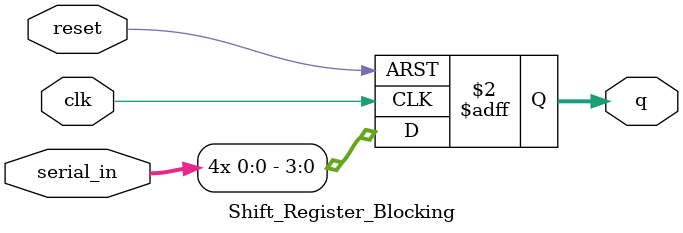
<source format=v>

 module Shift_Register_Blocking (
    input wire clk,
    input wire reset,
    input wire serial_in,
    output reg [3:0] q);
    
    always @(posedge clk or posedge reset) begin   
    
        if (reset) begin      
        
            q = 4'b0000; // Reset the register
        
        end else begin
        	q[0] = serial_in;
            q[1] = q[0]; // Load new serial input
            q[2] = q[1];
            q[3] = q[2];
             
        end
    end
 endmodule
</source>
